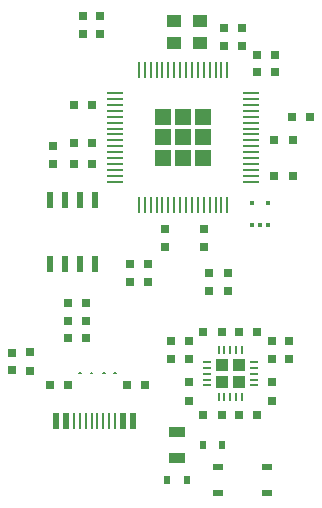
<source format=gtp>
G04*
G04 #@! TF.GenerationSoftware,Altium Limited,Altium Designer,20.0.11 (256)*
G04*
G04 Layer_Color=8421504*
%FSLAX25Y25*%
%MOIN*%
G70*
G01*
G75*
%ADD13C,0.00591*%
%ADD14R,0.04331X0.04331*%
%ADD15R,0.05512X0.05512*%
%ADD16R,0.03006X0.03106*%
%ADD17R,0.05512X0.03543*%
%ADD18R,0.02806X0.02606*%
%ADD19R,0.03106X0.03006*%
%ADD20R,0.02606X0.02806*%
%ADD21R,0.02187X0.02756*%
%ADD22R,0.03740X0.02165*%
%ADD23R,0.02756X0.02756*%
%ADD24R,0.01181X0.01575*%
%ADD25R,0.02953X0.00709*%
%ADD26R,0.00709X0.02953*%
%ADD27R,0.01968X0.05512*%
G04:AMPARAMS|DCode=28|XSize=7.87mil|YSize=55.12mil|CornerRadius=0mil|HoleSize=0mil|Usage=FLASHONLY|Rotation=0.000|XOffset=0mil|YOffset=0mil|HoleType=Round|Shape=RoundedRectangle|*
%AMROUNDEDRECTD28*
21,1,0.00787,0.05512,0,0,0.0*
21,1,0.00787,0.05512,0,0,0.0*
1,1,0.00000,0.00394,-0.02756*
1,1,0.00000,-0.00394,-0.02756*
1,1,0.00000,-0.00394,0.02756*
1,1,0.00000,0.00394,0.02756*
%
%ADD28ROUNDEDRECTD28*%
G04:AMPARAMS|DCode=29|XSize=7.87mil|YSize=55.12mil|CornerRadius=0mil|HoleSize=0mil|Usage=FLASHONLY|Rotation=90.000|XOffset=0mil|YOffset=0mil|HoleType=Round|Shape=RoundedRectangle|*
%AMROUNDEDRECTD29*
21,1,0.00787,0.05512,0,0,90.0*
21,1,0.00787,0.05512,0,0,90.0*
1,1,0.00000,0.02756,0.00394*
1,1,0.00000,0.02756,-0.00394*
1,1,0.00000,-0.02756,-0.00394*
1,1,0.00000,-0.02756,0.00394*
%
%ADD29ROUNDEDRECTD29*%
%ADD30R,0.05118X0.04331*%
%ADD31R,0.01968X0.05315*%
%ADD32R,0.00787X0.05315*%
D13*
X36805Y47400D02*
X36215D01*
X36805D01*
X40585D02*
X39994D01*
X40585D01*
X32785D02*
X32195D01*
X32785D01*
X29006D02*
X28415D01*
X29006D01*
D14*
X75984Y49996D02*
D03*
Y44484D02*
D03*
X81496D02*
D03*
Y49996D02*
D03*
D15*
X62992Y125984D02*
D03*
X69685D02*
D03*
X56299D02*
D03*
X62992Y119291D02*
D03*
Y132677D02*
D03*
X69685D02*
D03*
Y119291D02*
D03*
X56299D02*
D03*
Y132677D02*
D03*
D16*
X26478Y136811D02*
D03*
X32578D02*
D03*
X105412Y132874D02*
D03*
X99312D02*
D03*
X24509Y59055D02*
D03*
X30609D02*
D03*
X77853Y80709D02*
D03*
X71753D02*
D03*
X81596Y61024D02*
D03*
X87696D02*
D03*
X75885D02*
D03*
X69785D02*
D03*
X81596Y33465D02*
D03*
X87696D02*
D03*
X75885D02*
D03*
X69785D02*
D03*
X93601Y153543D02*
D03*
X87501D02*
D03*
X93407Y125000D02*
D03*
X99507D02*
D03*
X93407Y113189D02*
D03*
X99507D02*
D03*
X32578Y124016D02*
D03*
X26478D02*
D03*
X32578Y117126D02*
D03*
X26478D02*
D03*
D17*
X61024Y19291D02*
D03*
Y27953D02*
D03*
D18*
X51181Y83759D02*
D03*
Y77659D02*
D03*
X11811Y48226D02*
D03*
Y54326D02*
D03*
X98425Y58168D02*
D03*
Y52068D02*
D03*
X64961D02*
D03*
Y58168D02*
D03*
X59055D02*
D03*
Y52068D02*
D03*
X82677Y162499D02*
D03*
Y156399D02*
D03*
X19685Y117029D02*
D03*
Y123129D02*
D03*
X35433Y160336D02*
D03*
Y166436D02*
D03*
X29528Y160336D02*
D03*
Y166436D02*
D03*
X92520Y52068D02*
D03*
Y58168D02*
D03*
D19*
X45276Y83759D02*
D03*
Y77659D02*
D03*
X64961Y38289D02*
D03*
Y44389D02*
D03*
X92520Y38289D02*
D03*
Y44389D02*
D03*
X76772Y156399D02*
D03*
Y162499D02*
D03*
X69882Y95570D02*
D03*
Y89470D02*
D03*
X57087Y95570D02*
D03*
Y89470D02*
D03*
D20*
X30609Y70866D02*
D03*
X24509D02*
D03*
Y64961D02*
D03*
X30609D02*
D03*
X71753Y74803D02*
D03*
X77853D02*
D03*
X18604Y43307D02*
D03*
X24703D02*
D03*
X50294D02*
D03*
X44194D02*
D03*
X87501Y147638D02*
D03*
X93601D02*
D03*
D21*
X57765Y11811D02*
D03*
X64283D02*
D03*
X69576Y23622D02*
D03*
X76094D02*
D03*
D22*
X74508Y16043D02*
D03*
X90847D02*
D03*
X74508Y7579D02*
D03*
X90847D02*
D03*
D23*
X5906Y48323D02*
D03*
Y54228D02*
D03*
D24*
X86024Y104134D02*
D03*
X91142D02*
D03*
Y96653D02*
D03*
X88583D02*
D03*
X86024D02*
D03*
D25*
X70965Y43307D02*
D03*
Y45276D02*
D03*
Y47244D02*
D03*
Y49213D02*
D03*
Y51181D02*
D03*
X86516D02*
D03*
Y49213D02*
D03*
Y47244D02*
D03*
Y45276D02*
D03*
Y43307D02*
D03*
D26*
X74803Y55020D02*
D03*
X76772D02*
D03*
X78740D02*
D03*
X80709D02*
D03*
X82677D02*
D03*
Y39469D02*
D03*
X80709D02*
D03*
X78740D02*
D03*
X76772D02*
D03*
X74803D02*
D03*
D27*
X18484Y83858D02*
D03*
X23484D02*
D03*
X28484D02*
D03*
X33484D02*
D03*
X18484Y105118D02*
D03*
X23484D02*
D03*
X28484D02*
D03*
X33484D02*
D03*
D28*
X48228Y148622D02*
D03*
X50197D02*
D03*
X52165D02*
D03*
X54134D02*
D03*
X56102D02*
D03*
X58071D02*
D03*
X60039D02*
D03*
X62008D02*
D03*
X63976D02*
D03*
X65945D02*
D03*
X67913D02*
D03*
X69882D02*
D03*
X71850D02*
D03*
X73819D02*
D03*
X75787D02*
D03*
X77756D02*
D03*
Y103347D02*
D03*
X75787D02*
D03*
X73819D02*
D03*
X71850D02*
D03*
X69882D02*
D03*
X67913D02*
D03*
X65945D02*
D03*
X63976D02*
D03*
X62008D02*
D03*
X60039D02*
D03*
X58071D02*
D03*
X56102D02*
D03*
X54134D02*
D03*
X52165D02*
D03*
X50197D02*
D03*
X48228D02*
D03*
D29*
X85630Y140748D02*
D03*
Y138779D02*
D03*
Y136811D02*
D03*
Y134843D02*
D03*
Y132874D02*
D03*
Y130905D02*
D03*
Y128937D02*
D03*
Y126969D02*
D03*
Y125000D02*
D03*
Y123031D02*
D03*
Y121063D02*
D03*
Y119095D02*
D03*
Y117126D02*
D03*
Y115157D02*
D03*
Y113189D02*
D03*
Y111221D02*
D03*
X40354D02*
D03*
Y113189D02*
D03*
Y115157D02*
D03*
Y117126D02*
D03*
Y119095D02*
D03*
Y121063D02*
D03*
Y123031D02*
D03*
Y125000D02*
D03*
Y126969D02*
D03*
Y128937D02*
D03*
Y130905D02*
D03*
Y132874D02*
D03*
Y134843D02*
D03*
Y136811D02*
D03*
Y138779D02*
D03*
Y140748D02*
D03*
D30*
X60039Y157480D02*
D03*
X68701D02*
D03*
X60039Y164961D02*
D03*
X68701D02*
D03*
D31*
X20669Y31516D02*
D03*
X46260D02*
D03*
X23819D02*
D03*
X43110D02*
D03*
D32*
X26575D02*
D03*
X28543D02*
D03*
X40354D02*
D03*
X38386D02*
D03*
X36417D02*
D03*
X30512D02*
D03*
X34449D02*
D03*
X32480D02*
D03*
M02*

</source>
